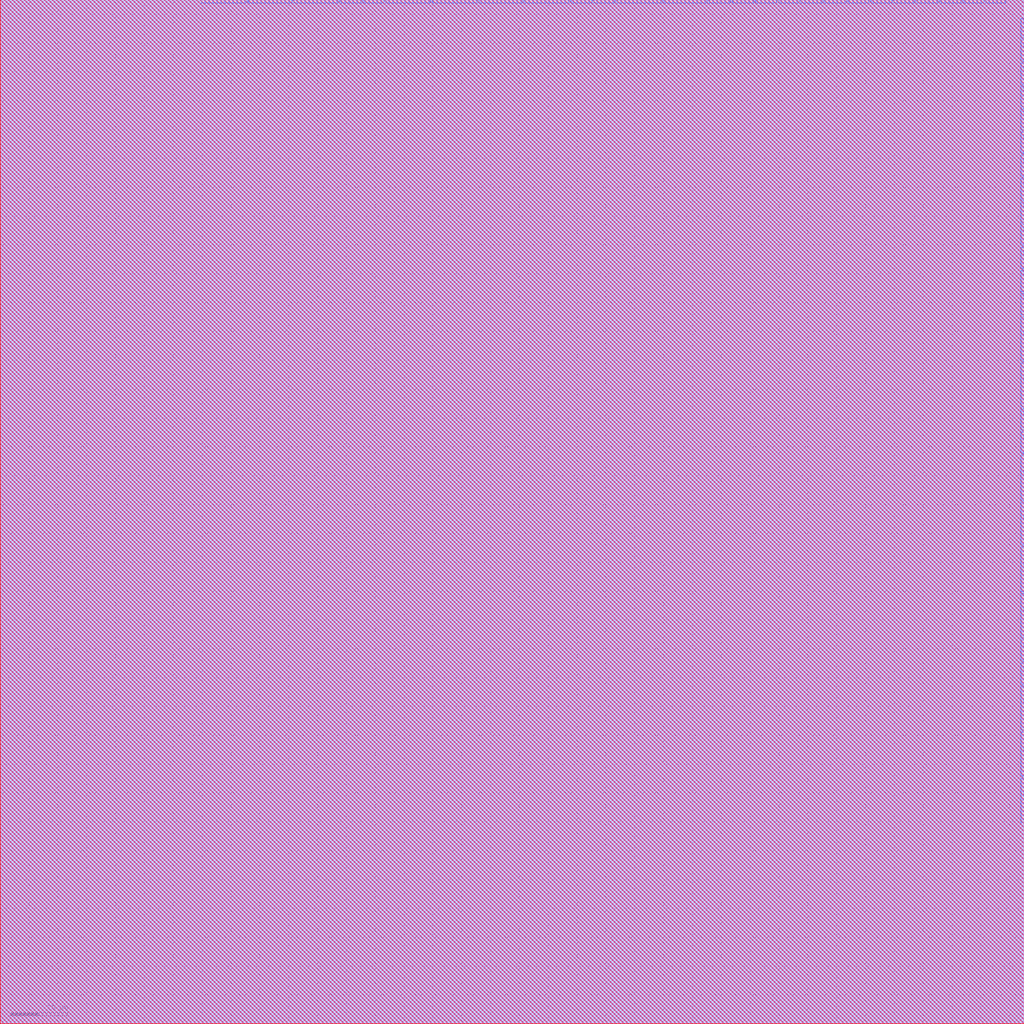
<source format=lef>
# Copyright 2022 GlobalFoundries PDK Authors
#
# Licensed under the Apache License, Version 2.0 (the "License");
# you may not use this file except in compliance with the License.
# You may obtain a copy of the License at
#
#     http://www.apache.org/licenses/LICENSE-2.0
#
# Unless required by applicable law or agreed to in writing, software
# distributed under the License is distributed on an "AS IS" BASIS,
# WITHOUT WARRANTIES OR CONDITIONS OF ANY KIND, either express or implied.
# See the License for the specific language governing permissions and
# limitations under the License.

MACRO gf180mcu_fd_io__cor
  CLASS ENDCAP BOTTOMLEFT ;
  ORIGIN 0 0 ;
  FOREIGN gf180mcu_fd_io__cor 0 0 ;
  SIZE 355 BY 355 ;
  SYMMETRY X Y R90 ;
  SITE GF_COR_Site ;
  PIN DVDD
    DIRECTION INOUT ;
    USE POWER ;
    PORT
      LAYER Metal3 ;
        RECT 334 354 341 355 ;
    END
    PORT
      LAYER Metal3 ;
        RECT 354 334 355 341 ;
    END
    PORT
      LAYER Metal3 ;
        RECT 294 354 301 355 ;
    END
    PORT
      LAYER Metal3 ;
        RECT 354 294 355 301 ;
    END
    PORT
      LAYER Metal3 ;
        RECT 278 354 285 355 ;
    END
    PORT
      LAYER Metal3 ;
        RECT 354 278 355 285 ;
    END
    PORT
      LAYER Metal3 ;
        RECT 270 354 277 355 ;
    END
    PORT
      LAYER Metal3 ;
        RECT 354 270 355 277 ;
    END
    PORT
      LAYER Metal3 ;
        RECT 262 354 269 355 ;
    END
    PORT
      LAYER Metal3 ;
        RECT 354 262 355 269 ;
    END
    PORT
      LAYER Metal3 ;
        RECT 214 354 229 355 ;
    END
    PORT
      LAYER Metal3 ;
        RECT 354 214 355 229 ;
    END
    PORT
      LAYER Metal3 ;
        RECT 206 354 213 355 ;
    END
    PORT
      LAYER Metal3 ;
        RECT 354 206 355 213 ;
    END
    PORT
      LAYER Metal3 ;
        RECT 182 354 197 355 ;
    END
    PORT
      LAYER Metal3 ;
        RECT 354 182 355 197 ;
    END
    PORT
      LAYER Metal3 ;
        RECT 166 354 181 355 ;
    END
    PORT
      LAYER Metal3 ;
        RECT 354 166 355 181 ;
    END
    PORT
      LAYER Metal3 ;
        RECT 150 354 165 355 ;
    END
    PORT
      LAYER Metal3 ;
        RECT 354 150 355 165 ;
    END
    PORT
      LAYER Metal3 ;
        RECT 134 354 149 355 ;
    END
    PORT
      LAYER Metal3 ;
        RECT 354 134 355 149 ;
    END
    PORT
      LAYER Metal3 ;
        RECT 118 354 125 355 ;
    END
    PORT
      LAYER Metal3 ;
        RECT 354 118 355 125 ;
    END
  END DVDD
  PIN DVSS
    DIRECTION INOUT ;
    USE GROUND ;
    PORT
      LAYER Metal3 ;
        RECT 342 354 348.39 355 ;
    END
    PORT
      LAYER Metal3 ;
        RECT 354 342 355 348.39 ;
    END
    PORT
      LAYER Metal3 ;
        RECT 326 354 333 355 ;
    END
    PORT
      LAYER Metal3 ;
        RECT 354 326 355 333 ;
    END
    PORT
      LAYER Metal3 ;
        RECT 302 354 309 355 ;
    END
    PORT
      LAYER Metal3 ;
        RECT 354 302 355 309 ;
    END
    PORT
      LAYER Metal3 ;
        RECT 286 354 293 355 ;
    END
    PORT
      LAYER Metal3 ;
        RECT 354 286 355 293 ;
    END
    PORT
      LAYER Metal3 ;
        RECT 230 354 245 355 ;
    END
    PORT
      LAYER Metal3 ;
        RECT 354 230 355 245 ;
    END
    PORT
      LAYER Metal3 ;
        RECT 198 354 205 355 ;
    END
    PORT
      LAYER Metal3 ;
        RECT 354 198 355 205 ;
    END
    PORT
      LAYER Metal3 ;
        RECT 126 354 133 355 ;
    END
    PORT
      LAYER Metal3 ;
        RECT 354 126 355 133 ;
    END
    PORT
      LAYER Metal3 ;
        RECT 102 354 117 355 ;
    END
    PORT
      LAYER Metal3 ;
        RECT 354 102 355 117 ;
    END
    PORT
      LAYER Metal3 ;
        RECT 86 354 101 355 ;
    END
    PORT
      LAYER Metal3 ;
        RECT 354 86 355 101 ;
    END
    PORT
      LAYER Metal3 ;
        RECT 70 354 85 355 ;
    END
    PORT
      LAYER Metal3 ;
        RECT 354 70 355 85 ;
    END
  END DVSS
  PIN VDD
    DIRECTION INOUT ;
    USE POWER ;
    PORT
      LAYER Metal3 ;
        RECT 310 354 317 355 ;
    END
    PORT
      LAYER Metal3 ;
        RECT 354 310 355 317 ;
    END
    PORT
      LAYER Metal3 ;
        RECT 254 354 261 355 ;
    END
    PORT
      LAYER Metal3 ;
        RECT 354 254 355 261 ;
    END
  END VDD
  PIN VSS
    DIRECTION INOUT ;
    USE GROUND ;
    PORT
      LAYER Metal3 ;
        RECT 318 354 325 355 ;
    END
    PORT
      LAYER Metal3 ;
        RECT 354 318 355 325 ;
    END
    PORT
      LAYER Metal3 ;
        RECT 246 354 253 355 ;
    END
    PORT
      LAYER Metal3 ;
        RECT 354 246 355 253 ;
    END
  END VSS
  OBS
    LAYER Metal1 ;
      RECT 0 0 355 355 ;
    LAYER Metal2 ;
      RECT 0 0 355 355 ;
    LAYER Metal3 ;
      POLYGON 355 69.72 353.72 69.72 353.72 85.28 355 85.28 355 85.72 353.72 85.72 353.72 101.28 355 101.28 355 101.72 353.72 101.72 353.72 117.28 355 117.28 355 117.72 353.72 117.72 353.72 125.28 355 125.28 355 125.72 353.72 125.72 353.72 133.28 355 133.28 355 133.72 353.72 133.72 353.72 149.28 355 149.28 355 149.72 353.72 149.72 353.72 165.28 355 165.28 355 165.72 353.72 165.72 353.72 181.28 355 181.28 355 181.72 353.72 181.72 353.72 197.28 355 197.28 355 197.72 353.72 197.72 353.72 205.28 355 205.28 355 205.72 353.72 205.72 353.72 213.28 355 213.28 355 213.72 353.72 213.72 353.72 229.28 355 229.28 355 229.72 353.72 229.72 353.72 245.28 355 245.28 355 245.72 353.72 245.72 353.72 253.28 355 253.28 355 253.72 353.72 253.72 353.72 261.28 355 261.28 355 261.72 353.72 261.72 353.72 269.28 355 269.28 355 269.72 353.72 269.72 353.72 277.28 355 277.28 355 277.72 353.72 277.72 353.72 285.28 355 285.28 355 285.72 353.72 285.72 353.72 293.28 355 293.28 355 293.72 353.72 293.72 353.72 301.28 355 301.28 355 301.72 353.72 301.72 353.72 309.28 355 309.28 355 309.72 353.72 309.72 353.72 317.28 355 317.28 355 317.72 353.72 317.72 353.72 325.28 355 325.28 355 325.72 353.72 325.72 353.72 333.28 355 333.28 355 333.72 353.72 333.72 353.72 341.28 355 341.28 355 341.72 353.72 341.72 353.72 348.67 355 348.67 355 355 348.67 355 348.67 353.72 341.72 353.72 341.72 355 341.28 355 341.28 353.72 333.72 353.72 333.72 355 333.28 355 333.28 353.72 325.72 353.72 325.72 355 325.28 355 325.28 353.72 317.72 353.72 317.72 355 317.28 355 317.28 353.72 309.72 353.72 309.72 355 309.28 355 309.28 353.72 301.72 353.72 301.72 355 301.28 355 301.28 353.72 293.72 353.72 293.72 355 293.28 355 293.28 353.72 285.72 353.72 285.72 355 285.28 355 285.28 353.72 277.72 353.72 277.72 355 277.28 355 277.28 353.72 269.72 353.72 269.72 355 269.28 355 269.28 353.72 261.72 353.72 261.72 355 261.28 355 261.28 353.72 253.72 353.72 253.72 355 253.28 355 253.28 353.72 245.72 353.72 245.72 355 245.28 355 245.28 353.72 229.72 353.72 229.72 355 229.28 355 229.28 353.72 213.72 353.72 213.72 355 213.28 355 213.28 353.72 205.72 353.72 205.72 355 205.28 355 205.28 353.72 197.72 353.72 197.72 355 197.28 355 197.28 353.72 181.72 353.72 181.72 355 181.28 355 181.28 353.72 165.72 353.72 165.72 355 165.28 355 165.28 353.72 149.72 353.72 149.72 355 149.28 355 149.28 353.72 133.72 353.72 133.72 355 133.28 355 133.28 353.72 125.72 353.72 125.72 355 125.28 355 125.28 353.72 117.72 353.72 117.72 355 117.28 355 117.28 353.72 101.72 353.72 101.72 355 101.28 355 101.28 353.72 85.72 353.72 85.72 355 85.28 355 85.28 353.72 69.72 353.72 69.72 355 0 355 0 0 355 0 ;
    LAYER Via1 ;
      RECT 0 0 355 355 ;
    LAYER Via2 ;
      RECT 0 0 355 355 ;
  END

END gf180mcu_fd_io__cor

</source>
